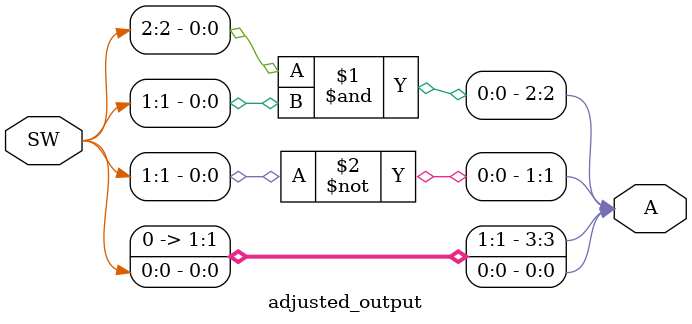
<source format=v>
module adjusted_output (
    input [3:0] SW,      // 4-bit switch input
    output [3:0] A       // Adjusted output for HEX0 when SW >= 10
);
	// Module that generates an adjusted output for HEX0 when SW >= 10
	// The adjusted output is used when the input is greater than or equal to 10
	//see karnough maps and truth tables for task B
	 assign A[3] = 1'b0;
    assign A[2] = (SW[2] & SW[1]);
    assign A[1] = (~SW[1]);
    assign A[0] = (SW[0]);
endmodule

</source>
